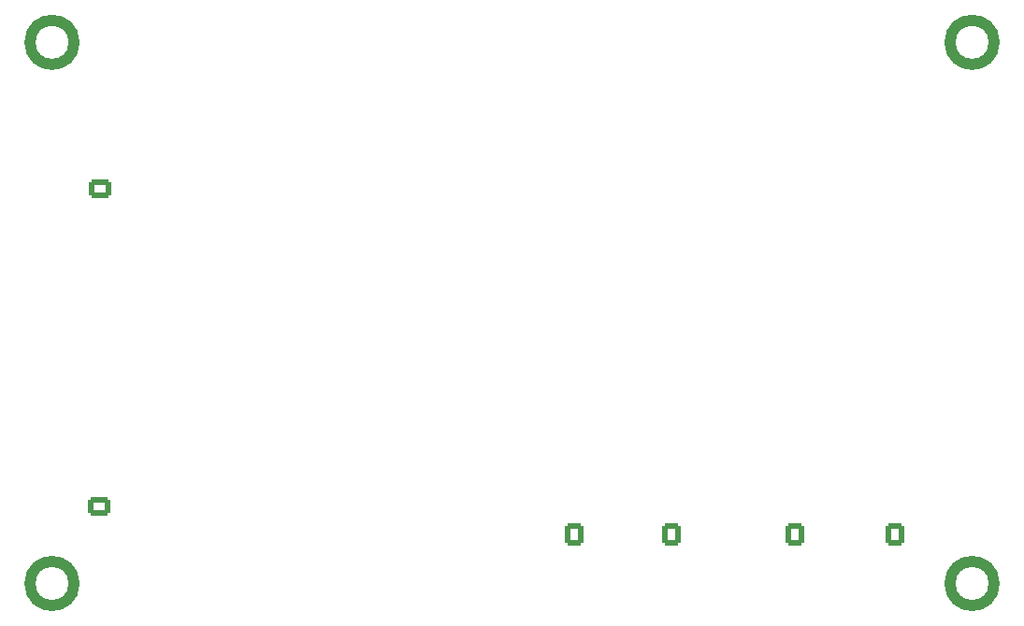
<source format=gbr>
G04 #@! TF.GenerationSoftware,KiCad,Pcbnew,8.0.3-8.0.3-0~ubuntu22.04.1*
G04 #@! TF.CreationDate,2024-07-11T21:40:33+07:00*
G04 #@! TF.ProjectId,kh-gift-hw,6b682d67-6966-4742-9d68-772e6b696361,rev?*
G04 #@! TF.SameCoordinates,Original*
G04 #@! TF.FileFunction,Legend,Bot*
G04 #@! TF.FilePolarity,Positive*
%FSLAX46Y46*%
G04 Gerber Fmt 4.6, Leading zero omitted, Abs format (unit mm)*
G04 Created by KiCad (PCBNEW 8.0.3-8.0.3-0~ubuntu22.04.1) date 2024-07-11 21:40:33*
%MOMM*%
%LPD*%
G01*
G04 APERTURE LIST*
G04 Aperture macros list*
%AMRoundRect*
0 Rectangle with rounded corners*
0 $1 Rounding radius*
0 $2 $3 $4 $5 $6 $7 $8 $9 X,Y pos of 4 corners*
0 Add a 4 corners polygon primitive as box body*
4,1,4,$2,$3,$4,$5,$6,$7,$8,$9,$2,$3,0*
0 Add four circle primitives for the rounded corners*
1,1,$1+$1,$2,$3*
1,1,$1+$1,$4,$5*
1,1,$1+$1,$6,$7*
1,1,$1+$1,$8,$9*
0 Add four rect primitives between the rounded corners*
20,1,$1+$1,$2,$3,$4,$5,0*
20,1,$1+$1,$4,$5,$6,$7,0*
20,1,$1+$1,$6,$7,$8,$9,0*
20,1,$1+$1,$8,$9,$2,$3,0*%
G04 Aperture macros list end*
%ADD10C,1.000000*%
%ADD11RoundRect,0.250000X0.600000X0.750000X-0.600000X0.750000X-0.600000X-0.750000X0.600000X-0.750000X0*%
%ADD12O,1.700000X2.000000*%
%ADD13C,1.000000*%
%ADD14C,1.300000*%
%ADD15R,1.700000X1.700000*%
%ADD16C,1.524000*%
%ADD17O,1.700000X1.700000*%
%ADD18RoundRect,0.250000X0.750000X-0.600000X0.750000X0.600000X-0.750000X0.600000X-0.750000X-0.600000X0*%
%ADD19O,2.000000X1.700000*%
%ADD20C,0.800000*%
%ADD21C,3.000000*%
%ADD22R,1.500000X1.500000*%
%ADD23C,1.500000*%
%ADD24RoundRect,0.250000X0.600000X0.725000X-0.600000X0.725000X-0.600000X-0.725000X0.600000X-0.725000X0*%
%ADD25O,1.700000X1.950000*%
%ADD26RoundRect,0.250000X0.725000X-0.600000X0.725000X0.600000X-0.725000X0.600000X-0.725000X-0.600000X0*%
%ADD27O,1.950000X1.700000*%
G04 APERTURE END LIST*
D10*
X37487000Y-95497500D02*
G75*
G02*
X33487000Y-95497500I-2000000J0D01*
G01*
X33487000Y-95497500D02*
G75*
G02*
X37487000Y-95497500I2000000J0D01*
G01*
X37487000Y-144537500D02*
G75*
G02*
X33487000Y-144537500I-2000000J0D01*
G01*
X33487000Y-144537500D02*
G75*
G02*
X37487000Y-144537500I2000000J0D01*
G01*
X120787000Y-95497500D02*
G75*
G02*
X116787000Y-95497500I-2000000J0D01*
G01*
X116787000Y-95497500D02*
G75*
G02*
X120787000Y-95497500I2000000J0D01*
G01*
X120787000Y-144537500D02*
G75*
G02*
X116787000Y-144537500I-2000000J0D01*
G01*
X116787000Y-144537500D02*
G75*
G02*
X120787000Y-144537500I2000000J0D01*
G01*
%LPC*%
D11*
X111767000Y-140125000D03*
D12*
X109267000Y-140125000D03*
D13*
X50797000Y-116987500D03*
D14*
X50797000Y-109487500D03*
D15*
X119787000Y-136527500D03*
D16*
X119787000Y-133987500D03*
X119787000Y-131447500D03*
X119787000Y-128907500D03*
X119787000Y-126367500D03*
X119787000Y-123827500D03*
X119787000Y-121287500D03*
X119787000Y-118747500D03*
X119787000Y-116207500D03*
X119787000Y-113667500D03*
X119787000Y-111127500D03*
X119787000Y-108587500D03*
X119787000Y-106047500D03*
X119787000Y-103507500D03*
D15*
X35467000Y-123797500D03*
D17*
X35467000Y-121257500D03*
X35467000Y-118717500D03*
X35467000Y-116177500D03*
D18*
X39869500Y-108787500D03*
D19*
X39869500Y-106287500D03*
D11*
X91592000Y-140087500D03*
D12*
X89092000Y-140087500D03*
D20*
X75992000Y-105007500D03*
X75992000Y-106007500D03*
X75992000Y-107007500D03*
X75992000Y-108007500D03*
X75992000Y-109007500D03*
X76992000Y-105007500D03*
X76992000Y-106007500D03*
X76992000Y-107007500D03*
X76992000Y-108007500D03*
X76992000Y-109007500D03*
X77992000Y-105007500D03*
X77992000Y-106007500D03*
X77992000Y-107007500D03*
X77992000Y-108007500D03*
X77992000Y-109007500D03*
X78992000Y-105007500D03*
X78992000Y-106007500D03*
X78992000Y-107007500D03*
X78992000Y-108007500D03*
X78992000Y-109007500D03*
X79992000Y-105007500D03*
X79992000Y-106007500D03*
X79992000Y-107007500D03*
X79992000Y-108007500D03*
X79992000Y-109007500D03*
D21*
X105385000Y-119048800D03*
D22*
X109195000Y-93748800D03*
D23*
X106655000Y-93748800D03*
X104115000Y-93748800D03*
X101575000Y-93748800D03*
D24*
X102737000Y-140115000D03*
D25*
X100237000Y-140115000D03*
X97737000Y-140115000D03*
D26*
X39779500Y-137517500D03*
D27*
X39779500Y-135017500D03*
X39779500Y-132517500D03*
X39779500Y-130017500D03*
D11*
X82767000Y-140087500D03*
D12*
X80267000Y-140087500D03*
%LPD*%
M02*

</source>
